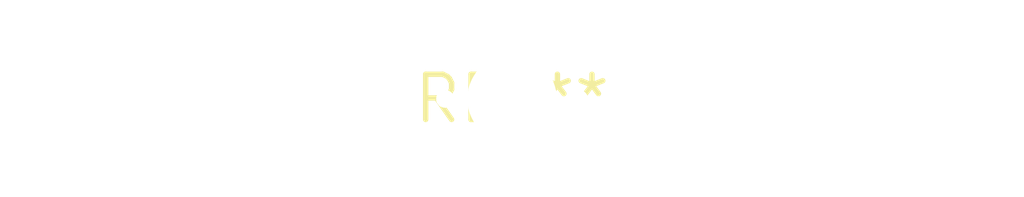
<source format=kicad_pcb>
(kicad_pcb (version 20240108) (generator pcbnew)
  (layers (0 "F.Cu" signal) (31 "B.Cu" signal) (34 "B.Paste" user) (35 "F.Paste" user) (36 "B.SilkS" user "B.Silkscreen") (37 "F.SilkS" user "F.Silkscreen") (38 "B.Mask" user) (39 "F.Mask" user) (44 "Edge.Cuts" user))
  (net 0 "")
  (footprint "MountingHole_2.5mm_Pad_Via" (layer "F.Cu") (at 0 0)
    (property "Reference" "REF**")
    (property "Value" "MountingHole_2.5mm_Pad_Via")
    (pad "1" thru_hole circle (at -1.875 0) (size 0.8 0.8) (drill 0.5) (layers *.Cu *.Mask) (remove_unused_layers))
    (pad "1" thru_hole circle (at -1.325825 -1.325825) (size 0.8 0.8) (drill 0.5) (layers *.Cu *.Mask) (remove_unused_layers))
    (pad "1" thru_hole circle (at -1.325825 1.325825) (size 0.8 0.8) (drill 0.5) (layers *.Cu *.Mask) (remove_unused_layers))
    (pad "1" thru_hole circle (at 0 -1.875) (size 0.8 0.8) (drill 0.5) (layers *.Cu *.Mask) (remove_unused_layers))
    (pad "1" thru_hole circle (at 0 0) (size 5 5) (drill 2.5) (layers *.Cu *.Mask) (remove_unused_layers))
    (pad "1" thru_hole circle (at 0 1.875) (size 0.8 0.8) (drill 0.5) (layers *.Cu *.Mask) (remove_unused_layers))
    (pad "1" thru_hole circle (at 1.325825 -1.325825) (size 0.8 0.8) (drill 0.5) (layers *.Cu *.Mask) (remove_unused_layers))
    (pad "1" thru_hole circle (at 1.325825 1.325825) (size 0.8 0.8) (drill 0.5) (layers *.Cu *.Mask) (remove_unused_layers))
    (pad "1" thru_hole circle (at 1.875 0) (size 0.8 0.8) (drill 0.5) (layers *.Cu *.Mask) (remove_unused_layers))
  )
)
</source>
